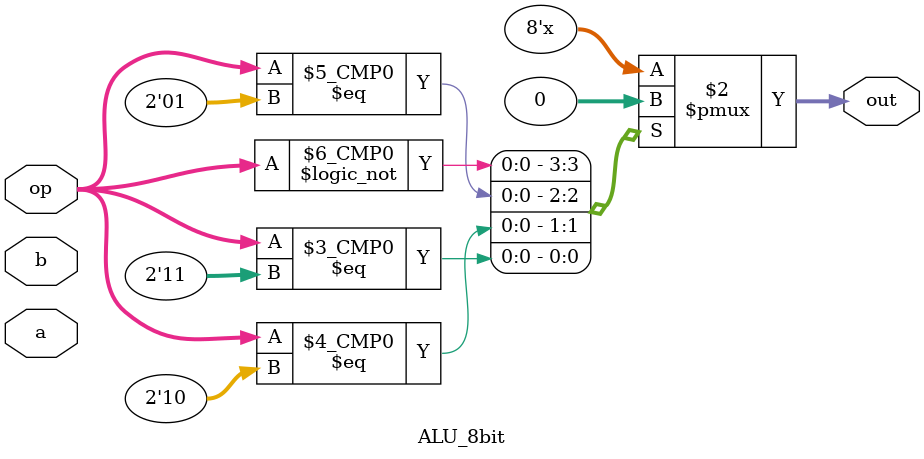
<source format=sv>
/*
  Author: Dov Kruger
  Cite: Dov Kruger told me exactly what to do 
*/
module ALU_8bit(
  input logic [7:0] a,
  input logic [7:0] b,
  input logic [1:0] op, // op=0 AND, op=1 OR, op=2 add, op=3 NOT A
  output logic [7:0] out
);

always @(*) begin
  case (op)
    2'b00: out = 0; // replace with AND
    2'b01: out = 0; // replace with OR
    2'b10: out = 0; // replace with add
    2'b11: out = 0; // replace with NOT A
    default: out = 8'bx; // optional safety
  endcase
end
endmodule

</source>
